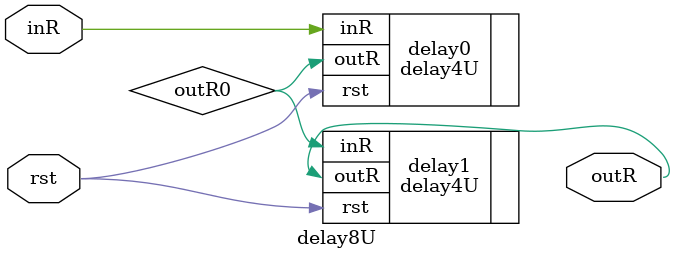
<source format=v>
`timescale 1ns / 1ps


(*dont_touch = "true"*)module delay8U(
    inR, outR, rst
    );
    input inR;
    output outR;
    input rst;
    
    wire outR0;
    (*KEEP="TRUE"*)(*dont_touch = "yes"*)(*OPTIMIZE="OFF"*)delay4U delay0(.inR(inR), .outR(outR0), .rst(rst));
    (*KEEP="TRUE"*)(*dont_touch = "yes"*)(*OPTIMIZE="OFF"*)delay4U delay1(.inR(outR0), .outR(outR), .rst(rst));
    
endmodule

</source>
